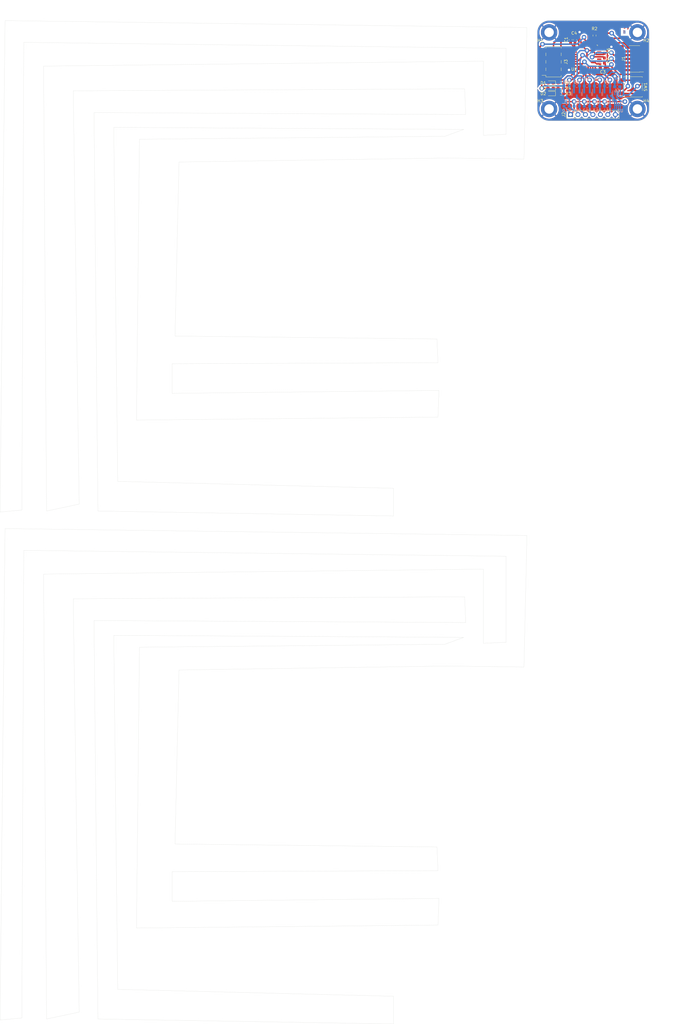
<source format=kicad_pcb>
(kicad_pcb (version 20221018) (generator pcbnew)
  (layers (0 "F.Cu" signal) (31 "B.Cu" signal) (34 "B.Paste" user) (35 "F.Paste" user) (36 "B.SilkS" user "B.Silkscreen") (37 "F.SilkS" user "F.Silkscreen") (38 "B.Mask" user) (39 "F.Mask" user) (44 "Edge.Cuts" user))
  (net 0 "")
  (net 1 "+5V-v2-")
  (net 2 "GND-v2-")
  (net 3 "+3.3V-v2-")
  (net 4 "Net-(D1-K)-v2-")
  (net 6 "Net-(D3-K)-v2-")
  (net 7 "Status_LED-v2-")
  (net 8 "Data_Clock_SNES-v2-")
  (net 9 "Data_Latch_SNES-v2-")
  (net 10 "Net-(D2-K)-v2-")
  (net 11 "Serial_Data1_SNES-v2-")
  (net 12 "Serial_Data2_SNES-v2-")
  (net 13 "SPI_Chip_Select-v2-")
  (net 14 "Chip_Enable-v2-")
  (net 15 "SPI_Digital_Input-v2-")
  (net 16 "SPI_Clock-v2-")
  (net 17 "SPI_Digital_Output-v2-")
  (net 18 "IOBit_SNES-v2-")
  (net 19 "Data_Clock_STM32-v2-")
  (net 20 "Data_Latch_STM32-v2-")
  (net 21 "Appairing_Btn-v2-")
  (net 22 "Net-(U2-BP)-v2-")
  (net 23 "SWDIO-v2-")
  (net 24 "SWDCK-v2-")
  (net 27 "NRST-v2-")
  (net 28 "USART2_RX-v2-")
  (net 29 "USART2_TX-v2-")
  (net 30 "Serial_Data1_STM32-v2-")
  (net 31 "IOBit_STM32-v2-")
  (net 32 "Serial_Data2_STM32-v2-")
  (footprint "Button_Switch_SMD:SW_SPST_B3S-1000" (layer "F.Cu") (at 216.25 23.75 180)
    (fp_text reference "SW1")
    (fp_text value "SW_SPST")
  )
  (footprint "Resistor_SMD:R_0603_1608Metric_Pad0.98x0.95mm_HandSolder" (layer "F.Cu") (at 191.76875 24.25)
    (fp_text reference "R4")
    (fp_text value "1k")
  )
  (footprint "Package_QFP:LQFP-32_7x7mm_P0.8mm" (layer "F.Cu") (at 200.6 13.15 180)
    (fp_text reference "U1")
    (fp_text value "STM32L412KBTx")
  )
  (footprint "Capacitor_SMD:C_0603_1608Metric_Pad1.08x0.95mm_HandSolder" (layer "F.Cu") (at 195.05 7.75 90)
    (fp_text reference "C1")
    (fp_text value "10u")
  )
  (footprint "Capacitor_SMD:C_0603_1608Metric_Pad1.08x0.95mm_HandSolder" (layer "F.Cu") (at 206.51 11.5 90)
    (fp_text reference "C5")
    (fp_text value "100n")
  )
  (footprint "Resistor_SMD:R_0603_1608Metric_Pad0.98x0.95mm_HandSolder" (layer "F.Cu") (at 191.76875 26.05)
    (fp_text reference "R3")
    (fp_text value "1k")
  )
  (footprint "MountingHole:MountingHole_3.2mm_M3_DIN965_Pad" (layer "F.Cu") (at 217.75 31.25)
    (fp_text reference "H4")
    (fp_text value "MountingHole_Pad")
  )
  (footprint "Resistor_SMD:R_0603_1608Metric_Pad0.98x0.95mm_HandSolder" (layer "F.Cu") (at 191.76875 22.45)
    (fp_text reference "R1")
    (fp_text value "1k")
  )
  (footprint "Diode_SMD:D_0603_1608Metric_Pad1.05x0.95mm_HandSolder" (layer "F.Cu") (at 188.26875 24.25 180)
    (fp_text reference "D3")
    (fp_text value "LED")
  )
  (footprint "Diode_SMD:D_0603_1608Metric_Pad1.05x0.95mm_HandSolder" (layer "F.Cu") (at 188.26875 26.05 180)
    (fp_text reference "D2")
    (fp_text value "LED_Small")
  )
  (footprint "Connector_PinHeader_2.54mm:PinHeader_1x07_P2.54mm_Vertical" (layer "F.Cu") (at 195 33.15 90)
    (fp_text reference "J2")
    (fp_text value "Conn_01x07_Socket")
  )
  (footprint "Connector_PinHeader_1.27mm:PinHeader_2x07_P1.27mm_Vertical_SMD" (layer "F.Cu") (at 216.75 14.25 180)
    (fp_text reference "J1")
    (fp_text value "Conn_02x07_Odd_Even")
  )
  (footprint "Connector_PinSocket_2.54mm:PinSocket_2x04_P2.54mm_Vertical_SMD" (layer "F.Cu") (at 189.25 15.25 180)
    (fp_text reference "J3")
    (fp_text value "Conn_01x08_Socket")
  )
  (footprint "Diode_SMD:D_0603_1608Metric_Pad1.05x0.95mm_HandSolder" (layer "F.Cu") (at 188.26875 22.45 180)
    (fp_text reference "D1")
    (fp_text value "LED_Small")
  )
  (footprint "Capacitor_SMD:C_0603_1608Metric_Pad1.08x0.95mm_HandSolder" (layer "F.Cu") (at 206.51 14.8025 90)
    (fp_text reference "C2")
    (fp_text value "100n")
  )
  (footprint "Capacitor_SMD:C_0603_1608Metric_Pad1.08x0.95mm_HandSolder" (layer "F.Cu") (at 196.55 7.75 90)
    (fp_text reference "C4")
    (fp_text value "100n")
  )
  (footprint "MountingHole:MountingHole_3.2mm_M3_DIN965_Pad" (layer "F.Cu") (at 187.75 31.25)
    (fp_text reference "H3")
    (fp_text value "MountingHole_Pad")
  )
  (footprint "Resistor_SMD:R_0603_1608Metric_Pad0.98x0.95mm_HandSolder" (layer "F.Cu") (at 203.17 6.32 90)
    (fp_text reference "R2")
    (fp_text value "10k")
  )
  (footprint "MountingHole:MountingHole_3.2mm_M3_DIN965_Pad" (layer "F.Cu") (at 187.75 5.25)
    (fp_text reference "H1")
    (fp_text value "MountingHole_Pad")
  )
  (footprint "Capacitor_SMD:C_0603_1608Metric_Pad1.08x0.95mm_HandSolder" (layer "F.Cu") (at 206.0025 17.19)
    (fp_text reference "C3")
    (fp_text value "100n")
  )
  (footprint "MountingHole:MountingHole_3.2mm_M3_DIN965_Pad" (layer "F.Cu") (at 217.75 5.25)
    (fp_text reference "H2")
    (fp_text value "MountingHole_Pad")
  )
  (footprint "Package_TO_SOT_SMD:SOT-23" (layer "B.Cu") (at 207.5 26.15 -90)
    (fp_text reference "Q5")
    (fp_text value "2N7002")
  )
  (footprint "Resistor_SMD:R_0603_1608Metric_Pad0.98x0.95mm_HandSolder" (layer "B.Cu") (at 200.6 30.35)
    (fp_text reference "R12")
    (fp_text value "10k")
  )
  (footprint "Capacitor_SMD:C_0603_1608Metric_Pad1.08x0.95mm_HandSolder" (layer "B.Cu") (at 210.9 22.2 180)
    (fp_text reference "C7")
    (fp_text value "2.2u")
  )
  (footprint "Resistor_SMD:R_0603_1608Metric_Pad0.98x0.95mm_HandSolder" (layer "B.Cu") (at 207.5 23.45)
    (fp_text reference "R9")
    (fp_text value "10k")
  )
  (footprint "Package_TO_SOT_SMD:SOT-23" (layer "B.Cu") (at 204.05 26.15 -90)
    (fp_text reference "Q4")
    (fp_text value "2N7002")
  )
  (footprint "Resistor_SMD:R_0603_1608Metric_Pad0.98x0.95mm_HandSolder" (layer "B.Cu") (at 207.5 30.35)
    (fp_text reference "R14")
    (fp_text value "10k")
  )
  (footprint "Capacitor_SMD:C_0603_1608Metric_Pad1.08x0.95mm_HandSolder" (layer "B.Cu") (at 210.9 23.7 180)
    (fp_text reference "C6")
    (fp_text value "470p")
  )
  (footprint "Resistor_SMD:R_0603_1608Metric_Pad0.98x0.95mm_HandSolder" (layer "B.Cu") (at 204.05 30.35)
    (fp_text reference "R13")
    (fp_text value "10k")
  )
  (footprint "Resistor_SMD:R_0603_1608Metric_Pad0.98x0.95mm_HandSolder" (layer "B.Cu") (at 197.15 23.45)
    (fp_text reference "R6")
    (fp_text value "10k")
  )
  (footprint "Resistor_SMD:R_0603_1608Metric_Pad0.98x0.95mm_HandSolder" (layer "B.Cu") (at 193.7 23.45)
    (fp_text reference "R5")
    (fp_text value "10k")
  )
  (footprint "Resistor_SMD:R_0603_1608Metric_Pad0.98x0.95mm_HandSolder" (layer "B.Cu") (at 204.05 23.45)
    (fp_text reference "R8")
    (fp_text value "10k")
  )
  (footprint "Resistor_SMD:R_0603_1608Metric_Pad0.98x0.95mm_HandSolder" (layer "B.Cu") (at 200.6 23.45)
    (fp_text reference "R7")
    (fp_text value "10k")
  )
  (footprint "Resistor_SMD:R_0603_1608Metric_Pad0.98x0.95mm_HandSolder" (layer "B.Cu") (at 193.7 30.35)
    (fp_text reference "R10")
    (fp_text value "10k")
  )
  (footprint "Resistor_SMD:R_0603_1608Metric_Pad0.98x0.95mm_HandSolder" (layer "B.Cu") (at 197.15 30.35)
    (fp_text reference "R11")
    (fp_text value "10k")
  )
  (footprint "Package_SO:MSOP-8_3x3mm_P0.65mm" (layer "B.Cu") (at 211.0125 27.9 -90)
    (fp_text reference "U2")
    (fp_text value "MIC5219-3.3YMM")
  )
  (footprint "Package_TO_SOT_SMD:SOT-23" (layer "B.Cu") (at 193.7 26.15 -90)
    (fp_text reference "Q1")
    (fp_text value "2N7002")
  )
  (footprint "Package_TO_SOT_SMD:SOT-23" (layer "B.Cu") (at 197.15 26.15 -90)
    (fp_text reference "Q2")
    (fp_text value "2N7002")
  )
  (footprint "Package_TO_SOT_SMD:SOT-23" (layer "B.Cu") (at 200.6 26.15 -90)
    (fp_text reference "Q3")
    (fp_text value "2N7002")
  )
  (gr_line (start 173.159937 183.14989) (end 173.159937 212.35989) (stroke (width 0.05)) (layer "Edge.Cuts"))
  (gr_line (start 173.159937 212.35989) (end 165.439937 212.69989) (stroke (width 0.05)) (layer "Edge.Cuts"))
  (gr_line (start 152.349937 213.03989) (end 48.599937 214.03989) (stroke (width 0.05)) (layer "Edge.Cuts"))
  (gr_line (start 180.219937 3.59989) (end 2.929937 1.24989) (stroke (width 0.05)) (layer "Edge.Cuts"))
  (gr_line (start 16.029937 16.69989) (end 17.039937 167.78989) (stroke (width 0.05)) (layer "Edge.Cuts"))
  (gr_line (start 60.679937 108.35989) (end 62.029937 49.26989) (stroke (width 0.05)) (layer "Edge.Cuts"))
  (gr_line (start 134.889937 160.06989) (end 41.209937 157.71989) (stroke (width 0.05)) (layer "Edge.Cuts"))
  (gr_line (start 2.929937 173.74989) (end 1.249937 340.62989) (stroke (width 0.05)) (layer "Edge.Cuts"))
  (gr_line (start 39.869937 37.50989) (end 158.729937 38.18989) (stroke (width 0.05)) (layer "Edge.Cuts"))
  (gr_line (start 180.219937 176.09989) (end 2.929937 173.74989) (stroke (width 0.05)) (layer "Edge.Cuts"))
  (gr_arc (start 221.75 31.25) (mid 220.578427 34.078427) (end 217.75 35.25) (stroke (width 0.1)) (layer "Edge.Cuts"))
  (gr_line (start 59.679937 290.25989) (end 149.999937 289.92989) (stroke (width 0.05)) (layer "Edge.Cuts"))
  (gr_line (start 165.439937 15.01989) (end 16.029937 16.69989) (stroke (width 0.05)) (layer "Edge.Cuts"))
  (gr_line (start 48.599937 41.53989) (end 47.589937 136.89989) (stroke (width 0.05)) (layer "Edge.Cuts"))
  (gr_line (start 179.209937 220.75989) (end 180.219937 176.09989) (stroke (width 0.05)) (layer "Edge.Cuts"))
  (gr_line (start 59.679937 300.32989) (end 59.679937 290.25989) (stroke (width 0.05)) (layer "Edge.Cuts"))
  (gr_line (start 159.399937 33.14989) (end 33.149937 32.47989) (stroke (width 0.05)) (layer "Edge.Cuts"))
  (gr_line (start 28.119937 165.43989) (end 26.099937 25.08989) (stroke (width 0.05)) (layer "Edge.Cuts"))
  (gr_line (start 150.329937 299.32989) (end 59.679937 300.32989) (stroke (width 0.05)) (layer "Edge.Cuts"))
  (gr_line (start 8.639937 167.44989) (end 9.309937 8.63989) (stroke (width 0.05)) (layer "Edge.Cuts"))
  (gr_line (start 165.439937 40.19989) (end 165.439937 15.01989) (stroke (width 0.05)) (layer "Edge.Cuts"))
  (gr_line (start 158.729937 38.18989) (end 152.349937 40.53989) (stroke (width 0.05)) (layer "Edge.Cuts"))
  (gr_line (start 48.599937 214.03989) (end 47.589937 309.39989) (stroke (width 0.05)) (layer "Edge.Cuts"))
  (gr_line (start 8.639937 339.94989) (end 9.309937 181.13989) (stroke (width 0.05)) (layer "Edge.Cuts"))
  (gr_line (start 1.249937 168.12989) (end 8.639937 167.44989) (stroke (width 0.05)) (layer "Edge.Cuts"))
  (gr_line (start 26.099937 25.08989) (end 159.059937 24.41989) (stroke (width 0.05)) (layer "Edge.Cuts"))
  (gr_line (start 159.059937 24.41989) (end 159.399937 33.14989) (stroke (width 0.05)) (layer "Edge.Cuts"))
  (gr_line (start 34.489937 167.78989) (end 134.889937 169.46989) (stroke (width 0.05)) (layer "Edge.Cuts"))
  (gr_line (start 59.679937 127.82989) (end 59.679937 117.75989) (stroke (width 0.05)) (layer "Edge.Cuts"))
  (gr_line (start 158.729937 210.68989) (end 152.349937 213.03989) (stroke (width 0.05)) (layer "Edge.Cuts"))
  (gr_line (start 187.75 1.25) (end 217.75 1.25) (stroke (width 0.1)) (layer "Edge.Cuts"))
  (gr_line (start 149.999937 289.92989) (end 149.659937 281.86989) (stroke (width 0.05)) (layer "Edge.Cuts"))
  (gr_line (start 17.039937 167.78989) (end 28.119937 165.43989) (stroke (width 0.05)) (layer "Edge.Cuts"))
  (gr_line (start 62.029937 221.76989) (end 153.019937 220.41989) (stroke (width 0.05)) (layer "Edge.Cuts"))
  (gr_line (start 39.869937 210.00989) (end 158.729937 210.68989) (stroke (width 0.05)) (layer "Edge.Cuts"))
  (gr_line (start 17.039937 340.28989) (end 28.119937 337.93989) (stroke (width 0.05)) (layer "Edge.Cuts"))
  (gr_line (start 9.309937 8.63989) (end 173.159937 10.64989) (stroke (width 0.05)) (layer "Edge.Cuts"))
  (gr_line (start 134.889937 341.96989) (end 134.889937 332.56989) (stroke (width 0.05)) (layer "Edge.Cuts"))
  (gr_line (start 26.099937 197.58989) (end 159.059937 196.91989) (stroke (width 0.05)) (layer "Edge.Cuts"))
  (gr_line (start 47.589937 136.89989) (end 149.999937 135.88989) (stroke (width 0.05)) (layer "Edge.Cuts"))
  (gr_line (start 153.019937 220.41989) (end 179.209937 220.75989) (stroke (width 0.05)) (layer "Edge.Cuts"))
  (gr_line (start 28.119937 337.93989) (end 26.099937 197.58989) (stroke (width 0.05)) (layer "Edge.Cuts"))
  (gr_line (start 221.75 5.25) (end 221.75 31.25) (stroke (width 0.1)) (layer "Edge.Cuts"))
  (gr_line (start 149.999937 117.42989) (end 149.659937 109.36989) (stroke (width 0.05)) (layer "Edge.Cuts"))
  (gr_line (start 150.329937 126.82989) (end 59.679937 127.82989) (stroke (width 0.05)) (layer "Edge.Cuts"))
  (gr_line (start 59.679937 117.75989) (end 149.999937 117.42989) (stroke (width 0.05)) (layer "Edge.Cuts"))
  (gr_line (start 159.399937 205.64989) (end 33.149937 204.97989) (stroke (width 0.05)) (layer "Edge.Cuts"))
  (gr_line (start 134.889937 332.56989) (end 41.209937 330.21989) (stroke (width 0.05)) (layer "Edge.Cuts"))
  (gr_line (start 183.75 31.25) (end 183.75 5.25) (stroke (width 0.1)) (layer "Edge.Cuts"))
  (gr_arc (start 217.75 1.25) (mid 220.578427 2.421573) (end 221.75 5.25) (stroke (width 0.1)) (layer "Edge.Cuts"))
  (gr_line (start 34.489937 340.28989) (end 134.889937 341.96989) (stroke (width 0.05)) (layer "Edge.Cuts"))
  (gr_line (start 165.439937 212.69989) (end 165.439937 187.51989) (stroke (width 0.05)) (layer "Edge.Cuts"))
  (gr_line (start 33.149937 204.97989) (end 34.489937 340.28989) (stroke (width 0.05)) (layer "Edge.Cuts"))
  (gr_line (start 2.929937 1.24989) (end 1.249937 168.12989) (stroke (width 0.05)) (layer "Edge.Cuts"))
  (gr_line (start 16.029937 189.19989) (end 17.039937 340.28989) (stroke (width 0.05)) (layer "Edge.Cuts"))
  (gr_line (start 41.209937 157.71989) (end 39.869937 37.50989) (stroke (width 0.05)) (layer "Edge.Cuts"))
  (gr_line (start 173.159937 39.85989) (end 165.439937 40.19989) (stroke (width 0.05)) (layer "Edge.Cuts"))
  (gr_line (start 149.659937 109.36989) (end 60.679937 108.35989) (stroke (width 0.05)) (layer "Edge.Cuts"))
  (gr_line (start 134.889937 169.46989) (end 134.889937 160.06989) (stroke (width 0.05)) (layer "Edge.Cuts"))
  (gr_line (start 165.439937 187.51989) (end 16.029937 189.19989) (stroke (width 0.05)) (layer "Edge.Cuts"))
  (gr_arc (start 187.75 35.25) (mid 184.921573 34.078427) (end 183.75 31.25) (stroke (width 0.1)) (layer "Edge.Cuts"))
  (gr_line (start 149.999937 135.88989) (end 150.329937 126.82989) (stroke (width 0.05)) (layer "Edge.Cuts"))
  (gr_arc (start 183.75 5.25) (mid 184.921573 2.421573) (end 187.75 1.25) (stroke (width 0.1)) (layer "Edge.Cuts"))
  (gr_line (start 152.349937 40.53989) (end 48.599937 41.53989) (stroke (width 0.05)) (layer "Edge.Cuts"))
  (gr_line (start 173.159937 10.64989) (end 173.159937 39.85989) (stroke (width 0.05)) (layer "Edge.Cuts"))
  (gr_line (start 149.999937 308.38989) (end 150.329937 299.32989) (stroke (width 0.05)) (layer "Edge.Cuts"))
  (gr_line (start 153.019937 47.91989) (end 179.209937 48.25989) (stroke (width 0.05)) (layer "Edge.Cuts"))
  (gr_line (start 9.309937 181.13989) (end 173.159937 183.14989) (stroke (width 0.05)) (layer "Edge.Cuts"))
  (gr_line (start 62.029937 49.26989) (end 153.019937 47.91989) (stroke (width 0.05)) (layer "Edge.Cuts"))
  (gr_line (start 33.149937 32.47989) (end 34.489937 167.78989) (stroke (width 0.05)) (layer "Edge.Cuts"))
  (gr_line (start 47.589937 309.39989) (end 149.999937 308.38989) (stroke (width 0.05)) (layer "Edge.Cuts"))
  (gr_line (start 217.75 35.25) (end 187.75 35.25) (stroke (width 0.1)) (layer "Edge.Cuts"))
  (gr_line (start 1.249937 340.62989) (end 8.639937 339.94989) (stroke (width 0.05)) (layer "Edge.Cuts"))
  (gr_line (start 149.659937 281.86989) (end 60.679937 280.85989) (stroke (width 0.05)) (layer "Edge.Cuts"))
  (gr_line (start 179.209937 48.25989) (end 180.219937 3.59989) (stroke (width 0.05)) (layer "Edge.Cuts"))
  (gr_line (start 159.059937 196.91989) (end 159.399937 205.64989) (stroke (width 0.05)) (layer "Edge.Cuts"))
  (gr_line (start 41.209937 330.21989) (end 39.869937 210.00989) (stroke (width 0.05)) (layer "Edge.Cuts"))
  (gr_line (start 60.679937 280.85989) (end 62.029937 221.76989) (stroke (width 0.05)) (layer "Edge.Cuts"))
  (gr_text "T" (at 212.75 5.75) (layer "F.Cu") (effects (font (size 1 1)) (justify left bottom)))
  (gr_text "SNES Plug" (at 205.75 3.75) (layer "F.Cu") (effects (font (size 1 1)) (justify left bottom)))
  (gr_text "B" (at 212.75 5.75) (layer "B.Cu") (effects (font (size 1 1)) (justify left bottom)))
  (segment (start 203.1375 28.75) (end 206.5875 28.75) (width 0.5) (layer "F.Cu") (net 1))
  (segment (start 196.2375 31.9125) (end 195 33.15) (width 0.5) (layer "F.Cu") (net 1))
  (segment (start 190.25 27.5) (end 191.5 28.75) (width 0.5) (layer "F.Cu") (net 1))
  (segment (start 206.5875 28.75) (end 213.5 28.75) (width 0.5) (layer "F.Cu") (net 1))
  (segment (start 191.5 28.75) (end 196.2375 28.75) (width 0.5) (layer "F.Cu") (net 1))
  (segment (start 203.1375 28.75) (end 199.6875 28.75) (width 0.5) (layer "F.Cu") (net 1))
  (segment (start 196.2375 28.75) (end 196.2375 31.9125) (width 0.5) (layer "F.Cu") (net 1))
  (segment (start 187.39375 26.084561) (end 188.809189 27.5) (width 0.5) (layer "F.Cu") (net 1))
  (segment (start 188.809189 27.5) (end 190.25 27.5) (width 0.5) (layer "F.Cu") (net 1))
  (segment (start 187.39375 26.05) (end 187.39375 26.084561) (width 0.5) (layer "F.Cu") (net 1))
  (segment (start 196.2375 28.75) (end 199.6875 28.75) (width 0.3) (layer "F.Cu") (net 1))
  (via (at 203.1375 28.75) (size 1.6) (drill 0.8) (layers "F.Cu" "B.Cu") (net 1))
  (via (at 206.5875 28.75) (size 1.6) (drill 0.8) (layers "F.Cu" "B.Cu") (net 1))
  (via (at 196.2375 28.75) (size 1.6) (drill 0.8) (layers "F.Cu" "B.Cu") (net 1))
  (via (at 199.6875 28.75) (size 1.6) (drill 0.8) (layers "F.Cu" "B.Cu") (net 1))
  (via (at 213.5 28.75) (size 1.6) (drill 0.8) (layers "F.Cu" "B.Cu") (net 1))
  (segment (start 206.5875 28.75) (end 206.5875 30.35) (width 0.5) (layer "B.Cu") (net 1))
  (segment (start 213.4 28.65) (end 212.106739 28.65) (width 0.5) (layer "B.Cu") (net 1))
  (segment (start 212.106739 28.65) (end 210.6875 27.230761) (width 0.5) (layer "B.Cu") (net 1))
  (segment (start 196.2375 30.35) (end 196.2375 28.75) (width 0.5) (layer "B.Cu") (net 1))
  (segment (start 213.5 28.75) (end 213.4 28.65) (width 0.5) (layer "B.Cu") (net 1))
  (segment (start 203.1375 28.75) (end 203.1375 30.35) (width 0.5) (layer "B.Cu") (net 1))
  (segment (start 210.6875 25.7875) (end 210.6875 27.230761) (width 0.3) (layer "B.Cu") (net 1))
  (segment (start 195 32.5625) (end 192.7875 30.35) (width 0.5) (layer "B.Cu") (net 1))
  (segment (start 199.6875 28.75) (end 199.6875 30.35) (width 0.5) (layer "B.Cu") (net 1))
  (segment (start 195 33.15) (end 195 32.5625) (width 0.5) (layer "B.Cu") (net 1))
  (segment (start 206.865 16.02) (end 206.51 15.665) (width 0.5) (layer "F.Cu") (net 2))
  (segment (start 196.55 6.8875) (end 196.55 6.7) (width 0.5) (layer "F.Cu") (net 2))
  (segment (start 195.05 6.8875) (end 196.55 6.8875) (width 0.5) (layer "F.Cu") (net 2))
  (segment (start 208.899189 10.15) (end 208.411689 10.6375) (width 0.5) (layer "F.Cu") (net 2))
  (segment (start 197.8 5.45) (end 197.8 8.975) (width 0.5) (layer "F.Cu") (net 2))
  (segment (start 203.4 17.325) (end 204.29 18.215) (width 0.5) (layer "F.Cu") (net 2))
  (segment (start 208.411689 10.6375) (end 206.51 10.6375) (width 0.5) (layer "F.Cu") (net 2))
  (segment (start 207.535 11.6625) (end 206.51 10.6375) (width 0.5) (layer "F.Cu") (net 2))
  (segment (start 205.84 18.215) (end 206.865 17.19) (width 0.5) (layer "F.Cu") (net 2))
  (segment (start 206.51 15.665) (end 206.51 15.591193) (width 0.5) (layer "F.Cu") (net 2))
  (segment (start 198.1 5.15) (end 197.8 5.45) (width 0.5) (layer "F.Cu") (net 2))
  (segment (start 206.51 15.591193) (end 207.535 14.566193) (width 0.5) (layer "F.Cu") (net 2))
  (segment (start 206.865 17.19) (end 206.865 16.02) (width 0.5) (layer "F.Cu") (net 2))
  (segment (start 207.535 14.566193) (end 207.535 11.6625) (width 0.5) (layer "F.Cu") (net 2))
  (segment (start 193.44 19.06) (end 191.77 19.06) (width 0.5) (layer "F.Cu") (net 2))
  (segment (start 204.29 18.215) (end 205.84 18.215) (width 0.5) (layer "F.Cu") (net 2))
  (segment (start 196.55 6.7) (end 198.1 5.15) (width 0.5) (layer "F.Cu") (net 2))
  (segment (start 194.5 18) (end 193.44 19.06) (width 0.5) (layer "F.Cu") (net 2))
  (via (at 194.5 18) (size 1.6) (drill 0.8) (layers "F.Cu" "B.Cu") (net 2))
  (via (at 208.899189 10.15) (size 1.6) (drill 0.8) (layers "F.Cu" "B.Cu") (net 2))
  (via (at 210.0375 20.15) (size 1.6) (drill 0.8) (layers "F.Cu" "B.Cu") (net 2))
  (via (at 198.1 5.15) (size 1.6) (drill 0.8) (layers "F.Cu" "B.Cu") (net 2))
  (segment (start 210.0375 22.2) (end 210.0375 20.15) (width 0.5) (layer "B.Cu") (net 2))
  (segment (start 210.0375 22.2) (end 210.0375 23.7) (width 0.5) (layer "B.Cu") (net 2))
  (segment (start 210.0375 20.1875) (end 210 20.15) (width 0.5) (layer "B.Cu") (net 2))
  (segment (start 201.15 5.15) (end 198.1 5.15) (width 0.5) (layer "B.Cu") (net 2))
  (segment (start 208.899189 10.15) (end 206.15 10.15) (width 0.5) (layer "B.Cu") (net 2))
  (segment (start 206.15 10.15) (end 201.15 5.15) (width 0.5) (layer "B.Cu") (net 2))
  (segment (start 200.6 13.809189) (end 200.6 11.4) (width 0.5) (layer "F.Cu") (net 3))
  (segment (start 218.7 16.79) (end 220.4 16.79) (width 0.5) (layer "F.Cu") (net 3))
  (segment (start 218.225 23.5) (end 220.225 21.5) (width 0.5) (layer "F.Cu") (net 3))
  (segment (start 205.14 16.315) (end 204.775 15.95) (width 0.5) (layer "F.Cu") (net 3))
  (segment (start 200.6 11.4) (end 199.55 10.35) (width 0.5) (layer "F.Cu") (net 3))
  (segment (start 185.25 24.25) (end 185.25 20.54) (width 0.5) (layer "F.Cu") (net 3))
  (segment (start 203.75 12.75) (end 202.4 11.4) (width 0.5) (layer "F.Cu") (net 3))
  (segment (start 205.14 17.19) (end 205.14 16.315) (width 0.5) (layer "F.Cu") (net 3))
  (segment (start 195.05 8.975) (end 196.425 10.35) (width 0.5) (layer "F.Cu") (net 3))
  (segment (start 196.425 8.7375) (end 196.55 8.6125) (width 0.5) (layer "F.Cu") (net 3))
  (segment (start 220.75 20.975) (end 220.75 17.14) (width 0.5) (layer "F.Cu") (net 3))
  (segment (start 206.1225 12.75) (end 204.775 12.75) (width 0.5) (layer "F.Cu") (net 3))
  (segment (start 206.51 12.3625) (end 206.1225 12.75) (width 0.5) (layer "F.Cu") (net 3))
  (segment (start 202.290811 15.5) (end 200.6 13.809189) (width 0.5) (layer "F.Cu") (net 3))
  (segment (start 220.225 21.5) (end 220.75 20.975) (width 0.5) (layer "F.Cu") (net 3))
  (segment (start 202.4 11.4) (end 200.6 11.4) (width 0.5) (layer "F.Cu") (net 3))
  (segment (start 195.05 8.6125) (end 195.05 8.975) (width 0.5) (layer "F.Cu") (net 3))
  (segment (start 220.4 16.79) (end 220.75 17.14) (width 0.5) (layer "F.Cu") (net 3))
  (segment (start 196.425 10.35) (end 196.425 8.7375) (width 0.5) (layer "F.Cu") (net 3))
  (segment (start 212.275 21.5) (end 220.225 21.5) (width 0.5) (layer "F.Cu") (net 3))
  (segment (start 203.420406 15.5) (end 202.290811 15.5) (width 0.5) (layer "F.Cu") (net 3))
  (segment (start 185.25 20.54) (end 186.73 19.06) (width 0.5) (layer "F.Cu") (net 3))
  (segment (start 204.775 15.95) (end 203.870406 15.95) (width 0.5) (layer "F.Cu") (net 3))
  (segment (start 199.55 10.35) (end 196.425 10.35) (width 0.5) (layer "F.Cu") (net 3))
  (segment (start 217.75 23.5) (end 218.225 23.5) (width 0.5) (layer "F.Cu") (net 3))
  (segment (start 203.870406 15.95) (end 203.420406 15.5) (width 0.5) (layer "F.Cu") (net 3))
  (segment (start 204.775 12.75) (end 203.75 12.75) (width 0.5) (layer "F.Cu") (net 3))
  (segment (start 187.39375 24.25) (end 185.25 24.25) (width 0.5) (layer "F.Cu") (net 3))
  (via (at 217.75 23.5) (size 1.6) (drill 0.8) (layers "F.Cu" "B.Cu") (net 3))
  (via (at 200.6 11.4) (size 1.6) (drill 0.8) (layers "F.Cu" "B.Cu") (net 3))
  (via (at 185.25 24.25) (size 1.6) (drill 0.8) (layers "F.Cu" "B.Cu") (net 3))
  (segment (start 206.55 25.2125) (end 206.55 23.4875) (width 0.5) (layer "B.Cu") (net 3))
  (segment (start 196.2375 21.115811) (end 196.2375 23.45) (width 0.5) (layer "B.Cu") (net 3))
  (segment (start 213 22.75) (end 212.45 22.2) (width 0.5) (layer "B.Cu") (net 3))
  (segment (start 213 26.506739) (end 213 22.75) (width 0.5) (layer "B.Cu") (net 3))
  (segment (start 206.55 23.4875) (end 206.5875 23.45) (width 0.5) (layer "B.Cu") (net 3))
  (segment (start 212.356739 27.15) (end 211.759683 27.15) (width 0.5) (layer "B.Cu") (net 3))
  (segment (start 206.5875 21.115811) (end 205.521689 20.05) (width 0.5) (layer "B.Cu") (net 3))
  (segment (start 208.903311 18.8) (end 206.5875 21.115811) (width 0.5) (layer "B.Cu") (net 3))
  (segment (start 213 26.506739) (end 212.356739 27.15) (width 0.5) (layer "B.Cu") (net 3))
  (segment (start 202.071689 20.05) (end 203.1375 21.115811) (width 0.5) (layer "B.Cu") (net 3))
  (segment (start 211.3375 25.7875) (end 211.3375 26.727817) (width 0.3) (layer "B.Cu") (net 3))
  (segment (start 198.35 11.4) (end 197.303311 12.446689) (width 0.5) (layer "B.Cu") (net 3))
  (segment (start 200.6 11.4) (end 198.35 11.4) (width 0.5) (layer "B.Cu") (net 3))
  (segment (start 214.743261 26.506739) (end 213 26.506739) (width 0.5) (layer "B.Cu") (net 3))
  (segment (start 197.303311 20.05) (end 196.2375 21.115811) (width 0.5) (layer "B.Cu") (net 3))
  (segment (start 211.3375 26.727817) (end 211.759683 27.15) (width 0.3) (layer "B.Cu") (net 3))
  (segment (start 211.7625 19.965811) (end 210.596689 18.8) (width 0.5) (layer "B.Cu") (net 3))
  (segment (start 203.1375 21.115811) (end 203.1375 23.45) (width 0.5) (layer "B.Cu") (net 3))
  (segment (start 192.75 25.2125) (end 192.75 23.4875) (width 0.5) (layer "B.Cu") (net 3))
  (segment (start 192.7875 23.45) (end 192.7875 21.315811) (width 0.5) (layer "B.Cu") (net 3))
  (segment (start 196.2 23.4875) (end 196.2375 23.45) (width 0.5) (layer "B.Cu") (net 3))
  (segment (start 203.1 25.2125) (end 203.1 23.4875) (width 0.5) (layer "B.Cu") (net 3))
  (segment (start 205.521689 20.05) (end 204.203311 20.05) (width 0.5) (layer "B.Cu") (net 3))
  (segment (start 185.25 24.25) (end 186.05 23.45) (width 0.5) (layer "B.Cu") (net 3))
  (segment (start 199.65 25.2125) (end 199.65 23.4875) (width 0.5) (layer "B.Cu") (net 3))
  (segment (start 199.6875 21.115811) (end 198.621689 20.05) (width 0.5) (layer "B.Cu") (net 3))
  (segment (start 192.7875 21.315811) (end 194.053311 20.05) (width 0.5) (layer "B.Cu") (net 3))
  (segment (start 194.053311 20.05) (end 195.171689 20.05) (width 0.5) (layer "B.Cu") (net 3))
  (segment (start 195.171689 20.05) (end 196.2375 21.115811) (width 0.5) (layer "B.Cu") (net 3))
  (segment (start 199.6875 23.45) (end 199.6875 21.115811) (width 0.5) (layer "B.Cu") (net 3))
  (segment (start 192.75 23.4875) (end 192.7875 23.45) (width 0.5) (layer "B.Cu") (net 3))
  (segment (start 214.743261 26.506739) (end 217.75 23.5) (width 0.5) (layer "B.Cu") (net 3))
  (segment (start 203.1 23.4875) (end 203.1375 23.45) (width 0.5) (layer "B.Cu") (net 3))
  (segment (start 199.65 23.4875) (end 199.6875 23.45) (width 0.5) (layer "B.Cu") (net 3))
  (segment (start 210.596689 18.8) (end 208.903311 18.8) (width 0.5) (layer "B.Cu") (net 3))
  (segment (start 186.05 23.45) (end 192.7875 23.45) (width 0.5) (layer "B.Cu") (net 3))
  (segment (start 198.621689 20.05) (end 197.303311 20.05) (width 0.5) (layer "B.Cu") (net 3))
  (segment (start 196.2 25.2125) (end 196.2 23.4875) (width 0.5) (layer "B.Cu") (net 3))
  (segment (start 211.7625 22.2) (end 211.7625 19.965811) (width 0.5) (layer "B.Cu") (net 3))
  (segment (start 197.303311 12.446689) (end 197.303311 20.05) (width 0.5) (layer "B.Cu") (net 3))
  (segment (start 199.6875 21.115811) (end 200.753311 20.05) (width 0.5) (layer "B.Cu") (net 3))
  (segment (start 206.5875 23.45) (end 206.5875 21.115811) (width 0.5) (layer "B.Cu") (net 3))
  (segment (start 204.203311 20.05) (end 203.1375 21.115811) (width 0.5) (layer "B.Cu") (net 3))
  (segment (start 212.45 22.2) (end 211.7625 22.2) (width 0.5) (layer "B.Cu") (net 3))
  (segment (start 200.753311 20.05) (end 202.071689 20.05) (width 0.5) (layer "B.Cu") (net 3))
  (segment (start 190.85625 22.45) (end 189.14375 22.45) (width 0.5) (layer "F.Cu") (net 4))
  (segment (start 190.85625 24.25) (end 189.14375 24.25) (width 0.5) (layer "F.Cu") (net 6))
  (segment (start 188.41875 21.425) (end 192.575 21.425) (width 0.5) (layer "F.Cu") (net 7))
  (segment (start 192.575 21.425) (end 194 20) (width 0.5) (layer "F.Cu") (net 7))
  (segment (start 194 20) (end 195.125 20) (width 0.5) (layer "F.Cu") (net 7))
  (segment (start 195.125 20) (end 197.8 17.325) (width 0.5) (layer "F.Cu") (net 7))
  (segment (start 187.39375 22.45) (end 188.41875 21.425) (width 0.5) (layer "F.Cu") (net 7))
  (segment (start 194.6125 30.35) (end 194.6125 28) (width 0.5) (layer "B.Cu") (net 8))
  (segment (start 194.6125 28) (end 193.7 27.0875) (width 0.5) (layer "B.Cu") (net 8))
  (segment (start 196.75 31.75) (end 196.0125 31.75) (width 0.5) (layer "B.Cu") (net 8))
  (segment (start 196.0125 31.75) (end 194.6125 30.35) (width 0.5) (layer "B.Cu") (net 8))
  (segment (start 197.54 33.15) (end 197.54 32.54) (width 0.5) (layer "B.Cu") (net 8))
  (segment (start 197.54 32.54) (end 196.75 31.75) (width 0.5) (layer "B.Cu") (net 8))
  (segment (start 198.0625 31.2125) (end 200 33.15) (width 0.5) (layer "B.Cu") (net 9))
  (segment (start 198.0625 30.35) (end 198.0625 31.2125) (width 0.5) (layer "B.Cu") (net 9))
  (segment (start 198.0625 28) (end 197.15 27.0875) (width 0.5) (layer "B.Cu") (net 9))
  (segment (start 198.0625 30.35) (end 198.0625 28) (width 0.5) (layer "B.Cu") (net 9))
  (segment (start 189.14375 26.05) (end 190.85625 26.05) (width 0.5) (layer "F.Cu") (net 10))
  (segment (start 201.5125 28) (end 200.6 27.0875) (width 0.5) (layer "B.Cu") (net 11))
  (segment (start 201.5125 30.35) (end 201.5125 28) (width 0.5) (layer "B.Cu") (net 11))
  (segment (start 201.5125 32.1625) (end 202.5 33.15) (width 0.5) (layer "B.Cu") (net 11))
  (segment (start 201.5125 30.35) (end 201.5125 32.1625) (width 0.5) (layer "B.Cu") (net 11))
  (segment (start 204.9625 33.1125) (end 205 33.15) (width 0.5) (layer "B.Cu") (net 12))
  (segment (start 204.9625 28) (end 204.05 27.0875) (width 0.5) (layer "B.Cu") (net 12))
  (segment (start 204.9625 30.35) (end 204.9625 28) (width 0.5) (layer "B.Cu") (net 12))
  (segment (start 204.9625 30.35) (end 204.9625 33.1125) (width 0.5) (layer "B.Cu") (net 12))
  (segment (start 194 14.75) (end 193.5 15.25) (width 0.5) (layer "F.Cu") (net 13))
  (segment (start 194 12) (end 194 14.75) (width 0.5) (layer "F.Cu") (net 13))
  (segment (start 194.85 11.15) (end 194 12) (width 0.5) (layer "F.Cu") (net 13))
  (segment (start 188 15.25) (end 186.73 16.52) (width 0.5) (layer "F.Cu") (net 13))
  (segment (start 193.5 15.25) (end 188 15.25) (width 0.5) (layer "F.Cu") (net 13))
  (segment (start 196.425 11.15) (end 194.85 11.15) (width 0.5) (layer "F.Cu") (net 13))
  (segment (start 191.77 16.52) (end 194.23 16.52) (width 0.5) (layer "F.Cu") (net 14))
  (segment (start 195.125 12.345406) (end 195.520406 11.95) (width 0.5) (layer "F.Cu") (net 14))
  (segment (start 195.520406 11.95) (end 196.425 11.95) (width 0.5) (layer "F.Cu") (net 14))
  (segment (start 194.23 16.52) (end 195.125 15.625) (width 0.5) (layer "F.Cu") (net 14))
  (segment (start 195.125 15.625) (end 195.125 12.345406) (width 0.5) (layer "F.Cu") (net 14))
  (segment (start 196.486307 3.8) (end 198.8 3.8) (width 0.5) (layer "F.Cu") (net 15))
  (segment (start 198.8 3.8) (end 201 6) (width 0.5) (layer "F.Cu") (net 15))
  (segment (start 201 6) (end 201 8.975) (width 0.5) (layer "F.Cu") (net 15))
  (segment (start 191.77 8.516307) (end 196.486307 3.8) (width 0.5) (layer "F.Cu") (net 15))
  (segment (start 191.77 11.44) (end 191.77 8.516307) (width 0.5) (layer "F.Cu") (net 15))
  (segment (start 195.75 2.5) (end 199.75 2.5) (width 0.5) (layer "F.Cu") (net 16))
  (segment (start 191.77 13.98) (end 190.77 13.98) (width 0.5) (layer "F.Cu") (net 16))
  (segment (start 199.75 2.5) (end 201.8 4.55) (width 0.5) (layer "F.Cu") (net 16))
  (segment (start 189.25 12.46) (end 189.25 9) (width 0.5) (layer "F.Cu") (net 16))
  (segment (start 201.8 4.55) (end 201.8 8.975) (width 0.5) (layer "F.Cu") (net 16))
  (segment (start 190.77 13.98) (end 189.25 12.46) (width 0.5) (layer "F.Cu") (net 16))
  (segment (start 189.25 9) (end 195.75 2.5) (width 0.5) (layer "F.Cu") (net 16))
  (segment (start 186.73 13.98) (end 185.73 13.98) (width 0.5) (layer "F.Cu") (net 17))
  (segment (start 185.73 13.98) (end 184.68 12.93) (width 0.5) (layer "F.Cu") (net 17))
  (segment (start 199.6 7.470406) (end 200.2 8.070406) (width 0.5) (layer "F.Cu") (net 17))
  (segment (start 200.2 8.070406) (end 200.2 8.975) (width 0.5) (layer "F.Cu") (net 17))
  (segment (start 184.68 10.07) (end 185.5 9.25) (width 0.5) (layer "F.Cu") (net 17))
  (segment (start 199.6 6.9) (end 199.6 7.470406) (width 0.5) (layer "F.Cu") (net 17))
  (segment (start 184.68 12.93) (end 184.68 10.07) (width 0.5) (layer "F.Cu") (net 17))
  (via (at 199.6 6.9) (size 1.6) (drill 0.8) (layers "F.Cu" "B.Cu") (net 17))
  (via (at 185.5 9.25) (size 1.6) (drill 0.8) (layers "F.Cu" "B.Cu") (net 17))
  (segment (start 185.5 9.25) (end 197.25 9.25) (width 0.5) (layer "B.Cu") (net 17))
  (segment (start 197.25 9.25) (end 199.6 6.9) (width 0.5) (layer "B.Cu") (net 17))
  (segment (start 208.4125 32.2375) (end 207.5 33.15) (width 0.5) (layer "B.Cu") (net 18))
  (segment (start 208.4125 30.35) (end 208.4125 32.2375) (width 0.5) (layer "B.Cu") (net 18))
  (segment (start 208.4125 30.35) (end 208.4125 28) (width 0.5) (layer "B.Cu") (net 18))
  (segment (start 208.4125 28) (end 207.5 27.0875) (width 0.5) (layer "B.Cu") (net 18))
  (segment (start 195.429594 21.4) (end 198.6 18.229594) (width 0.5) (layer "F.Cu") (net 19))
  (segment (start 198.6 18.229594) (end 198.6 17.325) (width 0.5) (layer "F.Cu") (net 19))
  (segment (start 194.6125 21.4) (end 195.429594 21.4) (width 0.5) (layer "F.Cu") (net 19))
  (via (at 194.6125 21.4) (size 1.6) (drill 0.8) (layers "F.Cu" "B.Cu") (net 19))
  (segment (start 194.6125 23.45) (end 194.6125 21.4) (width 0.5) (layer "B.Cu") (net 19))
  (segment (start 194.65 25.2125) (end 194.65 23.4875) (width 0.5) (layer "B.Cu") (net 19))
  (segment (start 194.65 23.4875) (end 194.6125 23.45) (width 0.5) (layer "B.Cu") (net 19))
  (segment (start 198.0625 21.4) (end 199.4 20.0625) (width 0.5) (layer "F.Cu") (net 20))
  (segment (start 199.4 20.0625) (end 199.4 17.325) (width 0.5) (layer "F.Cu") (net 20))
  (via (at 198.0625 21.4) (size 1.6) (drill 0.8) (layers "F.Cu" "B.Cu") (net 20))
  (segment (start 198.0625 23.45) (end 198.0625 21.4) (width 0.5) (layer "B.Cu") (net 20))
  (segment (start 198.1 23.4875) (end 198.0625 23.45) (width 0.5) (layer "B.Cu") (net 20))
  (segment (start 198.1 25.2125) (end 198.1 23.4875) (width 0.5) (layer "B.Cu") (net 20))
  (segment (start 214.5 23.5) (end 214.5 23.75) (width 0.5) (layer "F.Cu") (net 21))
  (segment (start 204.9025 5.5) (end 203.17 7.2325) (width 0.5) (layer "F.Cu") (net 21))
  (segment (start 214.5 23.75) (end 212.275 25.975) (width 0.5) (layer "F.Cu") (net 21))
  (segment (start 220.225 26) (end 212.275 26) (width 0.5) (layer "F.Cu") (net 21))
  (segment (start 212.275 25.975) (end 212.275 26) (width 0.5) (layer "F.Cu") (net 21))
  (segment (start 202.6 7.8025) (end 203.17 7.2325) (width 0.5) (layer "F.Cu") (net 21))
  (segment (start 209 5.5) (end 204.9025 5.5) (width 0.5) (layer "F.Cu") (net 21))
  (segment (start 202.6 8.975) (end 202.6 7.8025) (width 0.5) (layer "F.Cu") (net 21))
  (via (at 209 5.5) (size 1.6) (drill 0.8) (layers "F.Cu" "B.Cu") (net 21))
  (via (at 214.5 23.5) (size 1.6) (drill 0.8) (layers "F.Cu" "B.Cu") (net 21))
  (segment (start 214.5 23.5) (end 214.5 11) (width 0.5) (layer "B.Cu") (net 21))
  (segment (start 214.5 11) (end 209 5.5) (width 0.5) (layer "B.Cu") (net 21))
  (segment (start 211.9875 23.925) (end 211.7625 23.7) (width 0.3) (layer "B.Cu") (net 22))
  (segment (start 211.9875 25.7875) (end 211.9875 23.925) (width 0.3) (layer "B.Cu") (net 22))
  (segment (start 214.8 18.06) (end 212.809189 18.06) (width 0.5) (layer "F.Cu") (net 23))
  (segment (start 199.1 13.379594) (end 199.1 13) (width 0.5) (layer "F.Cu") (net 23))
  (segment (start 197.329594 15.15) (end 199.1 13.379594) (width 0.5) (layer "F.Cu") (net 23))
  (segment (start 212.809189 18.06) (end 208.899189 14.15) (width 0.5) (layer "F.Cu") (net 23))
  (segment (start 196.425 15.15) (end 197.329594 15.15) (width 0.5) (layer "F.Cu") (net 23))
  (via (at 208.899189 14.15) (size 1.6) (drill 0.8) (layers "F.Cu" "B.Cu") (net 23))
  (via (at 199.1 13) (size 1.6) (drill 0.8) (layers "F.Cu" "B.Cu") (net 23))
  (segment (start 201.75 15) (end 208.049189 15) (width 0.5) (layer "B.Cu") (net 23))
  (segment (start 208.049189 15) (end 208.899189 14.15) (width 0.5) (layer "B.Cu") (net 23))
  (segment (start 199.75 13) (end 201.75 15) (width 0.5) (layer "B.Cu") (net 23))
  (segment (start 199.1 13) (end 199.75 13) (width 0.5) (layer "B.Cu") (net 23))
  (segment (start 216.43 19.5) (end 211.5 19.5) (width 0.5) (layer "F.Cu") (net 24))
  (segment (start 199.05 15.95) (end 196.425 15.95) (width 0.5) (layer "F.Cu") (net 24))
  (segment (start 218.7 18.06) (end 217.87 18.06) (width 0.5) (layer "F.Cu") (net 24))
  (segment (start 199.75 15.25) (end 199.05 15.95) (width 0.5) (layer "F.Cu") (net 24))
  (segment (start 217.87 18.06) (end 216.43 19.5) (width 0.5) (layer "F.Cu") (net 24))
  (segment (start 208.899189 16.899189) (end 208.899189 16.15) (width 0.5) (layer "F.Cu") (net 24))
  (segment (start 211.5 19.5) (end 208.899189 16.899189) (width 0.5) (layer "F.Cu") (net 24))
  (via (at 199.75 15.25) (size 1.6) (drill 0.8) (layers "F.Cu" "B.Cu") (net 24))
  (via (at 208.899189 16.15) (size 1.6) (drill 0.8) (layers "F.Cu" "B.Cu") (net 24))
  (segment (start 208.299189 16.75) (end 208.899189 16.15) (width 0.5) (layer "B.Cu") (net 24))
  (segment (start 199.75 15.25) (end 201.25 16.75) (width 0.5) (layer "B.Cu") (net 24))
  (segment (start 201.25 16.75) (end 208.299189 16.75) (width 0.5) (layer "B.Cu") (net 24))
  (segment (start 206.51 13.94) (end 206.12 13.55) (width 0.5) (layer "F.Cu") (net 27))
  (segment (start 204.775 13.55) (end 202.45 13.55) (width 0.5) (layer "F.Cu") (net 27))
  (segment (start 214.8 12.98) (end 209.729189 12.98) (width 0.5) (layer "F.Cu") (net 27))
  (segment (start 206.12 13.55) (end 204.775 13.55) (width 0.5) (layer "F.Cu") (net 27))
  (segment (start 209.729189 12.98) (end 208.899189 12.15) (width 0.5) (layer "F.Cu") (net 27))
  (segment (start 202.45 13.55) (end 202.35 13.65) (width 0.5) (layer "F.Cu") (net 27))
  (via (at 208.899189 12.15) (size 1.6) (drill 0.8) (layers "F.Cu" "B.Cu") (net 27))
  (via (at 202.35 13.65) (size 1.6) (drill 0.8) (layers "F.Cu" "B.Cu") (net 27))
  (segment (start 208.899189 12.15) (end 203.85 12.15) (width 0.5) (layer "B.Cu") (net 27))
  (segment (start 203.85 12.15) (end 202.35 13.65) (width 0.5) (layer "B.Cu") (net 27))
  (segment (start 216.75 9.72) (end 216.75 11.25) (width 0.5) (layer "F.Cu") (net 28))
  (segment (start 216.75 11.25) (end 216.29 11.71) (width 0.5) (layer "F.Cu") (net 28))
  (segment (start 205.125 7.25) (end 214.28 7.25) (width 0.5) (layer "F.Cu") (net 28))
  (segment (start 216.29 11.71) (end 214.8 11.71) (width 0.5) (layer "F.Cu") (net 28))
  (segment (start 203.4 8.975) (end 205.125 7.25) (width 0.5) (layer "F.Cu") (net 28))
  (segment (start 214.28 7.25) (end 216.75 9.72) (width 0.5) (layer "F.Cu") (net 28))
  (segment (start 214.8 10.44) (end 213.16 8.8) (width 0.5) (layer "F.Cu") (net 29))
  (segment (start 213.16 8.8) (end 206.325 8.8) (width 0.5) (layer "F.Cu") (net 29))
  (segment (start 206.325 8.8) (end 204.775 10.35) (width 0.5) (layer "F.Cu") (net 29))
  (segment (start 200.2 17.325) (end 200.2 20.0875) (width 0.5) (layer "F.Cu") (net 30))
  (segment (start 200.2 20.0875) (end 201.5125 21.4) (width 0.5) (layer "F.Cu") (net 30))
  (via (at 201.5125 21.4) (size 1.6) (drill 0.8) (layers "F.Cu" "B.Cu") (net 30))
  (segment (start 201.55 25.2125) (end 201.55 23.4875) (width 0.5) (layer "B.Cu") (net 30))
  (segment (start 201.55 23.4875) (end 201.5125 23.45) (width 0.5) (layer "B.Cu") (net 30))
  (segment (start 201.5125 23.45) (end 201.5125 21.4) (width 0.5) (layer "B.Cu") (net 30))
  (segment (start 208.4125 21.4) (end 206.5625 19.55) (width 0.5) (layer "F.Cu") (net 31))
  (segment (start 201.8 18.560964) (end 201.8 17.325) (width 0.5) (layer "F.Cu") (net 31))
  (segment (start 202.789036 19.55) (end 201.8 18.560964) (width 0.5) (layer "F.Cu") (net 31))
  (segment (start 206.5625 19.55) (end 202.789036 19.55) (width 0.5) (layer "F.Cu") (net 31))
  (via (at 208.4125 21.4) (size 1.6) (drill 0.8) (layers "F.Cu" "B.Cu") (net 31))
  (segment (start 208.4125 23.45) (end 208.4125 21.4) (width 0.5) (layer "B.Cu") (net 31))
  (segment (start 208.45 25.2125) (end 208.45 23.4875) (width 0.5) (layer "B.Cu") (net 31))
  (segment (start 208.45 23.4875) (end 208.4125 23.45) (width 0.5) (layer "B.Cu") (net 31))
  (segment (start 203.421689 21.4) (end 201 18.978311) (width 0.5) (layer "F.Cu") (net 32))
  (segment (start 201 18.978311) (end 201 17.325) (width 0.5) (layer "F.Cu") (net 32))
  (segment (start 204.9625 21.4) (end 203.421689 21.4) (width 0.5) (layer "F.Cu") (net 32))
  (via (at 204.9625 21.4) (size 1.6) (drill 0.8) (layers "F.Cu" "B.Cu") (net 32))
  (segment (start 204.9625 23.45) (end 204.9625 21.4) (width 0.5) (layer "B.Cu") (net 32))
  (segment (start 205 23.4875) (end 204.9625 23.45) (width 0.5) (layer "B.Cu") (net 32))
  (segment (start 205 25.2125) (end 205 23.4875) (width 0.5) (layer "B.Cu") (net 32))
  (zone (net 2) (net_name "GND-v2-") (layer "F.Cu") (connect_pads (clearance 0.5)) (min_thickness 0.25) (fill yes (thermal_gap 0.5) (thermal_bridge_width 0.5))
    (polygon (pts (xy 183.75 1.25) (xy 221.75 1.25) (xy 221.75 35.25) (xy 183.75 35.25)))
  )
  (zone (net 2) (net_name "GND-v2-") (layer "B.Cu") (priority 1) (connect_pads (clearance 0.5)) (min_thickness 0.25) (fill yes (thermal_gap 0.5) (thermal_bridge_width 0.5))
    (polygon (pts (xy 183.75 1.25) (xy 221.75 1.25) (xy 221.75 35.25) (xy 183.75 35.25)))
  )
)
</source>
